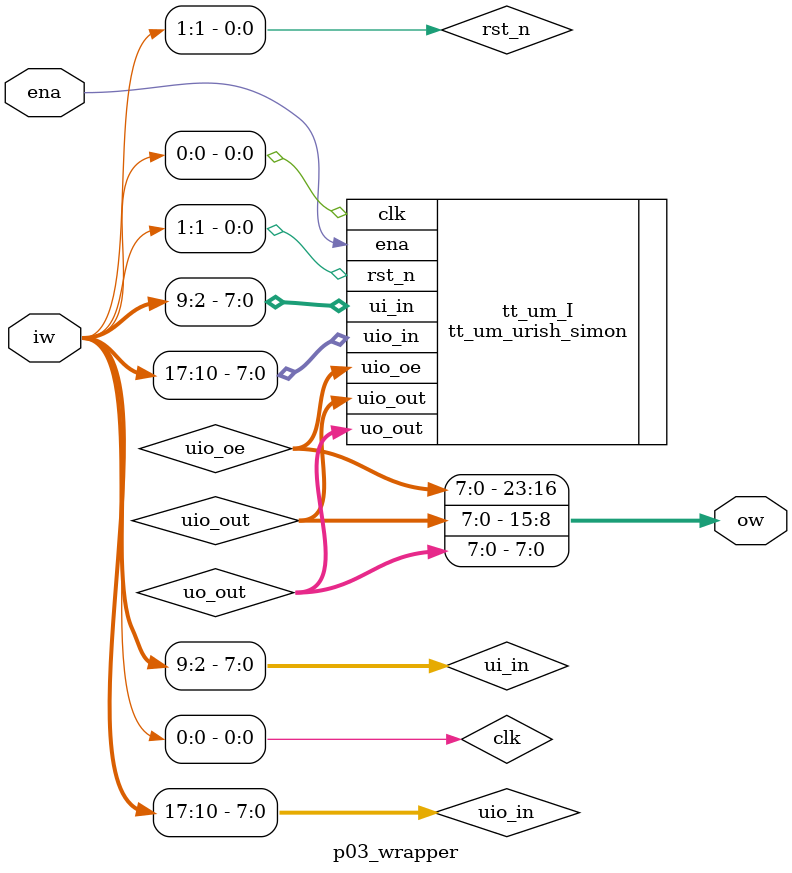
<source format=v>
`default_nettype none

module p03_wrapper (
  input wire ena,
  input wire [17:0] iw,
  output wire [23:0] ow
);

wire [7:0] uio_in;
wire [7:0] uio_out;
wire [7:0] uio_oe;
wire [7:0] uo_out;
wire [7:0] ui_in;
wire clk;
wire rst_n;

assign { uio_in, ui_in, rst_n, clk } = iw;
assign ow = { uio_oe, uio_out, uo_out };

tt_um_urish_simon tt_um_I (
  .uio_in  (uio_in),
  .uio_out (uio_out),
  .uio_oe  (uio_oe),
  .uo_out  (uo_out),
  .ui_in   (ui_in),
  .ena     (ena),
  .clk     (clk),
  .rst_n   (rst_n)
);

endmodule

</source>
